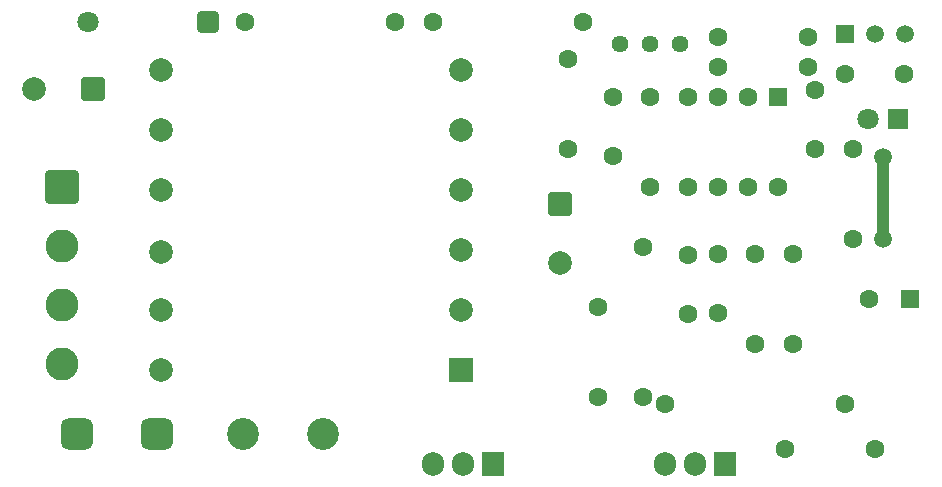
<source format=gbr>
%TF.GenerationSoftware,KiCad,Pcbnew,9.0.6+1*%
%TF.CreationDate,Date%
%TF.ProjectId,StepUp_module_12to450V,53746570-5570-45f6-9d6f-64756c655f31,+ (Unreleased)*%
%TF.SameCoordinates,Original*%
%TF.FileFunction,Copper,L1,Top*%
%TF.FilePolarity,Positive*%
%FSLAX46Y46*%
G04 Gerber Fmt 4.6, Leading zero omitted, Abs format (unit mm)*
G04 Created by KiCad*
%MOMM*%
%LPD*%
G01*
G04 APERTURE LIST*
G04 Aperture macros list*
%AMRoundRect*
0 Rectangle with rounded corners*
0 $1 Rounding radius*
0 $2 $3 $4 $5 $6 $7 $8 $9 X,Y pos of 4 corners*
0 Add a 4 corners polygon primitive as box body*
4,1,4,$2,$3,$4,$5,$6,$7,$8,$9,$2,$3,0*
0 Add four circle primitives for the rounded corners*
1,1,$1+$1,$2,$3*
1,1,$1+$1,$4,$5*
1,1,$1+$1,$6,$7*
1,1,$1+$1,$8,$9*
0 Add four rect primitives between the rounded corners*
20,1,$1+$1,$2,$3,$4,$5,0*
20,1,$1+$1,$4,$5,$6,$7,0*
20,1,$1+$1,$6,$7,$8,$9,0*
20,1,$1+$1,$8,$9,$2,$3,0*%
G04 Aperture macros list end*
%TA.AperFunction,ComponentPad*%
%ADD10C,1.600000*%
%TD*%
%TA.AperFunction,ComponentPad*%
%ADD11R,1.800000X1.800000*%
%TD*%
%TA.AperFunction,ComponentPad*%
%ADD12C,1.800000*%
%TD*%
%TA.AperFunction,ComponentPad*%
%ADD13RoundRect,0.250001X-1.149999X1.149999X-1.149999X-1.149999X1.149999X-1.149999X1.149999X1.149999X0*%
%TD*%
%TA.AperFunction,ComponentPad*%
%ADD14C,2.800000*%
%TD*%
%TA.AperFunction,ComponentPad*%
%ADD15RoundRect,0.250000X0.750000X0.750000X-0.750000X0.750000X-0.750000X-0.750000X0.750000X-0.750000X0*%
%TD*%
%TA.AperFunction,ComponentPad*%
%ADD16C,2.000000*%
%TD*%
%TA.AperFunction,ComponentPad*%
%ADD17R,2.000000X2.000000*%
%TD*%
%TA.AperFunction,ComponentPad*%
%ADD18R,1.905000X2.000000*%
%TD*%
%TA.AperFunction,ComponentPad*%
%ADD19O,1.905000X2.000000*%
%TD*%
%TA.AperFunction,ComponentPad*%
%ADD20R,1.500000X1.500000*%
%TD*%
%TA.AperFunction,ComponentPad*%
%ADD21C,1.500000*%
%TD*%
%TA.AperFunction,ComponentPad*%
%ADD22RoundRect,0.250000X0.550000X0.550000X-0.550000X0.550000X-0.550000X-0.550000X0.550000X-0.550000X0*%
%TD*%
%TA.AperFunction,ComponentPad*%
%ADD23RoundRect,0.675000X-0.675000X-0.675000X0.675000X-0.675000X0.675000X0.675000X-0.675000X0.675000X0*%
%TD*%
%TA.AperFunction,ComponentPad*%
%ADD24C,2.700000*%
%TD*%
%TA.AperFunction,ComponentPad*%
%ADD25C,1.440000*%
%TD*%
%TA.AperFunction,ComponentPad*%
%ADD26RoundRect,0.250000X-0.550000X0.550000X-0.550000X-0.550000X0.550000X-0.550000X0.550000X0.550000X0*%
%TD*%
%TA.AperFunction,ComponentPad*%
%ADD27RoundRect,0.250000X0.650000X0.650000X-0.650000X0.650000X-0.650000X-0.650000X0.650000X-0.650000X0*%
%TD*%
%TA.AperFunction,ComponentPad*%
%ADD28RoundRect,0.250000X-0.750000X0.750000X-0.750000X-0.750000X0.750000X-0.750000X0.750000X0.750000X0*%
%TD*%
%TA.AperFunction,ViaPad*%
%ADD29C,1.500000*%
%TD*%
%TA.AperFunction,Conductor*%
%ADD30C,1.000000*%
%TD*%
G04 APERTURE END LIST*
D10*
%TO.P,C4,1*%
%TO.N,/Project Architecture/Section A - Title A/Isns*%
X155321000Y-107355000D03*
%TO.P,C4,2*%
%TO.N,GND*%
X155321000Y-112355000D03*
%TD*%
%TO.P,R11,1*%
%TO.N,/Project Architecture/Section A - Title A/B*%
X146431000Y-87630000D03*
%TO.P,R11,2*%
%TO.N,Net-(R10-Pad1)*%
X133731000Y-87630000D03*
%TD*%
%TO.P,C1,1*%
%TO.N,/Project Architecture/Section A - Title A/Emm*%
X168656000Y-92075000D03*
%TO.P,C1,2*%
%TO.N,/Project Architecture/Section A - Title A/Vref*%
X173656000Y-92075000D03*
%TD*%
D11*
%TO.P,D1,1,K*%
%TO.N,GND*%
X173101000Y-95885000D03*
D12*
%TO.P,D1,2,A*%
%TO.N,/Project Architecture/Section A - Title A/Emm*%
X170561000Y-95885000D03*
%TD*%
D10*
%TO.P,R10,1*%
%TO.N,Net-(R10-Pad1)*%
X130556000Y-87630000D03*
%TO.P,R10,2*%
%TO.N,/Project Architecture/Section A - Title A/Vout+*%
X117856000Y-87630000D03*
%TD*%
D13*
%TO.P,J1,1,Pin_1*%
%TO.N,/Project Architecture/Section A - Title A/Vout+*%
X102362000Y-101586000D03*
D14*
%TO.P,J1,2,Pin_2*%
%TO.N,GND*%
X102362000Y-106586000D03*
%TO.P,J1,3,Pin_3*%
%TO.N,/Project Architecture/Section A - Title A/Vin+*%
X102362000Y-111586000D03*
%TO.P,J1,4,Pin_4*%
%TO.N,/Project Architecture/Section A - Title A/Vin-*%
X102362000Y-116586000D03*
%TD*%
D10*
%TO.P,R4,1*%
%TO.N,Net-(R4-Pad1)*%
X145161000Y-90805000D03*
%TO.P,R4,2*%
%TO.N,GND*%
X145161000Y-98425000D03*
%TD*%
%TO.P,R5,1*%
%TO.N,/Project Architecture/Section A - Title A/RT_CT*%
X152146000Y-93980000D03*
%TO.P,R5,2*%
%TO.N,/Project Architecture/Section A - Title A/Vref*%
X152146000Y-101600000D03*
%TD*%
%TO.P,C5,1*%
%TO.N,/Project Architecture/Section A - Title A/Vref*%
X157861000Y-107315000D03*
%TO.P,C5,2*%
%TO.N,GND*%
X157861000Y-112315000D03*
%TD*%
D15*
%TO.P,C8,1*%
%TO.N,/Project Architecture/Section A - Title A/Vout+*%
X104983677Y-93345000D03*
D16*
%TO.P,C8,2*%
%TO.N,GND*%
X99983677Y-93345000D03*
%TD*%
D17*
%TO.P,TR2,1*%
%TO.N,/Project Architecture/Section A - Title A/SW*%
X136144000Y-117094000D03*
D16*
%TO.P,TR2,2*%
X136144000Y-112014000D03*
%TO.P,TR2,3*%
%TO.N,N/C*%
X136144000Y-106934000D03*
%TO.P,TR2,4*%
X136144000Y-101854000D03*
%TO.P,TR2,5*%
%TO.N,/Project Architecture/Section A - Title A/Vin+*%
X136144000Y-96774000D03*
%TO.P,TR2,6*%
%TO.N,N/C*%
X136144000Y-91694000D03*
%TO.P,TR2,7*%
%TO.N,/Project Architecture/Section A - Title A/Out_trafo*%
X110744000Y-91694000D03*
%TO.P,TR2,8*%
%TO.N,N/C*%
X110744000Y-96774000D03*
%TO.P,TR2,9*%
X110744000Y-101854000D03*
%TO.P,TR2,10*%
X110744000Y-107094000D03*
%TO.P,TR2,11*%
X110744000Y-112014000D03*
%TO.P,TR2,12*%
X110744000Y-117094000D03*
%TD*%
D18*
%TO.P,Q4,1,G*%
%TO.N,/Project Architecture/Section A - Title A/G*%
X158496000Y-125035000D03*
D19*
%TO.P,Q4,2,D*%
%TO.N,/Project Architecture/Section A - Title A/SW*%
X155956000Y-125035000D03*
%TO.P,Q4,3,S*%
%TO.N,/Project Architecture/Section A - Title A/Src*%
X153416000Y-125035000D03*
%TD*%
D10*
%TO.P,R9,1*%
%TO.N,/Project Architecture/Section A - Title A/Src*%
X153416000Y-120015000D03*
%TO.P,R9,2*%
%TO.N,GND*%
X168656000Y-120015000D03*
%TD*%
%TO.P,C3,1*%
%TO.N,/Project Architecture/Section A - Title A/RT_CT*%
X148971000Y-94020000D03*
%TO.P,C3,2*%
%TO.N,GND*%
X148971000Y-99020000D03*
%TD*%
%TO.P,C2,1*%
%TO.N,/Project Architecture/Section A - Title A/Comp*%
X166116000Y-93385000D03*
%TO.P,C2,2*%
%TO.N,/Project Architecture/Section A - Title A/Vfb*%
X166116000Y-98385000D03*
%TD*%
D20*
%TO.P,Q3,1,E*%
%TO.N,/Project Architecture/Section A - Title A/Emm*%
X168656000Y-88625000D03*
D21*
%TO.P,Q3,2,B*%
%TO.N,/Project Architecture/Section A - Title A/B*%
X171196000Y-88625000D03*
%TO.P,Q3,3,C*%
%TO.N,/Project Architecture/Section A - Title A/Vin+*%
X173736000Y-88625000D03*
%TD*%
D10*
%TO.P,R3,1*%
%TO.N,/Project Architecture/Section A - Title A/Comp*%
X165481000Y-91440000D03*
%TO.P,R3,2*%
%TO.N,/Project Architecture/Section A - Title A/Vfb*%
X157861000Y-91440000D03*
%TD*%
D22*
%TO.P,C6,1*%
%TO.N,/Project Architecture/Section A - Title A/Vin+*%
X174118651Y-111125000D03*
D10*
%TO.P,C6,2*%
%TO.N,GND*%
X170618651Y-111125000D03*
%TD*%
%TO.P,R8,1*%
%TO.N,Net-(U1-OUTPUT)*%
X164211000Y-107315000D03*
%TO.P,R8,2*%
%TO.N,/Project Architecture/Section A - Title A/G*%
X164211000Y-114935000D03*
%TD*%
%TO.P,R6,1*%
%TO.N,/Project Architecture/Section A - Title A/Isns*%
X151511000Y-106680000D03*
%TO.P,R6,2*%
%TO.N,/Project Architecture/Section A - Title A/Src*%
X151511000Y-119380000D03*
%TD*%
%TO.P,R13,1*%
%TO.N,Net-(Q2-G)*%
X147701000Y-119380000D03*
%TO.P,R13,2*%
%TO.N,GND*%
X147701000Y-111760000D03*
%TD*%
%TO.P,R2,1*%
%TO.N,/Project Architecture/Section A - Title A/Vfb*%
X157861000Y-88900000D03*
%TO.P,R2,2*%
%TO.N,/Project Architecture/Section A - Title A/Emm*%
X165481000Y-88900000D03*
%TD*%
D23*
%TO.P,F1,1*%
%TO.N,/Project Architecture/Section A - Title A/Vin-*%
X103646000Y-122555000D03*
X110406000Y-122555000D03*
D24*
%TO.P,F1,2*%
%TO.N,Net-(Q2-D)*%
X117686000Y-122555000D03*
X124446000Y-122555000D03*
%TD*%
D10*
%TO.P,R12,1*%
%TO.N,/Project Architecture/Section A - Title A/Emm*%
X169291000Y-98425000D03*
%TO.P,R12,2*%
%TO.N,GND*%
X169291000Y-106045000D03*
%TD*%
D25*
%TO.P,RV1,1,1*%
%TO.N,Net-(R4-Pad1)*%
X149606000Y-89540000D03*
%TO.P,RV1,2,2*%
X152146000Y-89540000D03*
%TO.P,RV1,3,3*%
%TO.N,/Project Architecture/Section A - Title A/B*%
X154686000Y-89540000D03*
%TD*%
D18*
%TO.P,Q2,1,G*%
%TO.N,Net-(Q2-G)*%
X138811000Y-125035000D03*
D19*
%TO.P,Q2,2,D*%
%TO.N,Net-(Q2-D)*%
X136271000Y-125035000D03*
%TO.P,Q2,3,S*%
%TO.N,GND*%
X133731000Y-125035000D03*
%TD*%
D26*
%TO.P,U1,1,COMP*%
%TO.N,/Project Architecture/Section A - Title A/Comp*%
X162941000Y-93985000D03*
D10*
%TO.P,U1,2,VFB*%
%TO.N,/Project Architecture/Section A - Title A/Vfb*%
X160401000Y-93985000D03*
%TO.P,U1,3,ISENSE*%
%TO.N,/Project Architecture/Section A - Title A/Isns*%
X157861000Y-93985000D03*
%TO.P,U1,4,RT_CT*%
%TO.N,/Project Architecture/Section A - Title A/RT_CT*%
X155321000Y-93985000D03*
%TO.P,U1,5,GND*%
%TO.N,GND*%
X155321000Y-101605000D03*
%TO.P,U1,6,OUTPUT*%
%TO.N,Net-(U1-OUTPUT)*%
X157861000Y-101605000D03*
%TO.P,U1,7,VCC*%
%TO.N,/Project Architecture/Section A - Title A/Vin+*%
X160401000Y-101605000D03*
%TO.P,U1,8,VREF*%
%TO.N,/Project Architecture/Section A - Title A/Vref*%
X162941000Y-101605000D03*
%TD*%
%TO.P,R7,1*%
%TO.N,/Project Architecture/Section A - Title A/G*%
X161036000Y-114935000D03*
%TO.P,R7,2*%
%TO.N,GND*%
X161036000Y-107315000D03*
%TD*%
D27*
%TO.P,D2,1,K*%
%TO.N,/Project Architecture/Section A - Title A/Vout+*%
X114681000Y-87630000D03*
D12*
%TO.P,D2,2,A*%
%TO.N,/Project Architecture/Section A - Title A/Out_trafo*%
X104521000Y-87630000D03*
%TD*%
D10*
%TO.P,R14,1*%
%TO.N,Net-(Q2-G)*%
X163576000Y-123825000D03*
%TO.P,R14,2*%
%TO.N,/Project Architecture/Section A - Title A/Vin+*%
X171196000Y-123825000D03*
%TD*%
D28*
%TO.P,C7,1*%
%TO.N,/Project Architecture/Section A - Title A/Vin+*%
X144526000Y-103042323D03*
D16*
%TO.P,C7,2*%
%TO.N,GND*%
X144526000Y-108042323D03*
%TD*%
D29*
%TO.N,GND*%
X171831000Y-99060000D03*
X171831000Y-106045000D03*
%TD*%
D30*
%TO.N,GND*%
X171831000Y-99060000D02*
X171831000Y-106045000D01*
%TD*%
M02*

</source>
